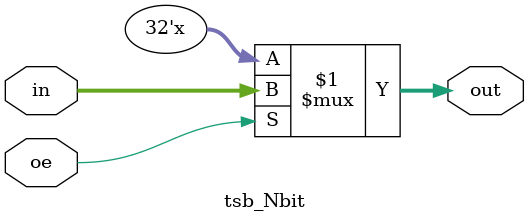
<source format=v>

module tsb_Nbit #(parameter N = 32) (out, in, oe);

    input oe;
    input [N-1 : 0] in;
    output [N-1 : 0] out;

    assign out = oe? in:{N{1'bz}};

endmodule

</source>
